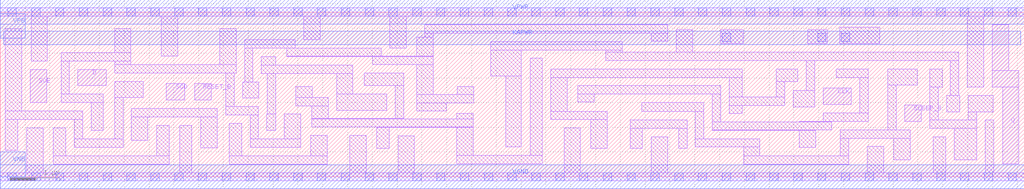
<source format=lef>
# Copyright 2020 The SkyWater PDK Authors
#
# Licensed under the Apache License, Version 2.0 (the "License");
# you may not use this file except in compliance with the License.
# You may obtain a copy of the License at
#
#     https://www.apache.org/licenses/LICENSE-2.0
#
# Unless required by applicable law or agreed to in writing, software
# distributed under the License is distributed on an "AS IS" BASIS,
# WITHOUT WARRANTIES OR CONDITIONS OF ANY KIND, either express or implied.
# See the License for the specific language governing permissions and
# limitations under the License.
#
# SPDX-License-Identifier: Apache-2.0

VERSION 5.5 ;
NAMESCASESENSITIVE ON ;
BUSBITCHARS "[]" ;
DIVIDERCHAR "/" ;
MACRO sky130_fd_sc_lp__srsdfrtp_1
  CLASS CORE ;
  SOURCE USER ;
  ORIGIN  0.000000  0.000000 ;
  SIZE  20.64000 BY  3.330000 ;
  SYMMETRY X Y R90 ;
  SITE unit ;
  PIN D
    ANTENNAGATEAREA  0.159000 ;
    DIRECTION INPUT ;
    USE SIGNAL ;
    PORT
      LAYER li1 ;
        RECT 1.565000 1.840000 2.135000 2.170000 ;
    END
  END D
  PIN Q
    ANTENNADIFFAREA  0.590100 ;
    DIRECTION OUTPUT ;
    USE SIGNAL ;
    PORT
      LAYER li1 ;
        RECT 19.995000 1.815000 20.535000 2.150000 ;
        RECT 19.995000 2.150000 20.325000 3.075000 ;
        RECT 20.205000 0.265000 20.535000 1.815000 ;
    END
  END Q
  PIN RESET_B
    ANTENNAGATEAREA  0.598000 ;
    DIRECTION INPUT ;
    USE SIGNAL ;
    PORT
      LAYER li1 ;
        RECT 3.920000 1.550000 4.250000 1.880000 ;
    END
  END RESET_B
  PIN SCD
    ANTENNAGATEAREA  0.159000 ;
    DIRECTION INPUT ;
    USE SIGNAL ;
    PORT
      LAYER li1 ;
        RECT 3.350000 1.550000 3.715000 1.880000 ;
    END
  END SCD
  PIN SCE
    ANTENNAGATEAREA  0.318000 ;
    DIRECTION INPUT ;
    USE SIGNAL ;
    PORT
      LAYER li1 ;
        RECT 0.605000 1.500000 0.935000 2.170000 ;
    END
  END SCE
  PIN SLEEP_B
    ANTENNAGATEAREA  0.598000 ;
    DIRECTION INPUT ;
    USE SIGNAL ;
    PORT
      LAYER li1 ;
        RECT 18.235000 1.120000 18.565000 1.450000 ;
    END
  END SLEEP_B
  PIN CLK
    ANTENNAGATEAREA  0.159000 ;
    DIRECTION INPUT ;
    USE CLOCK ;
    PORT
      LAYER li1 ;
        RECT 16.590000 1.460000 17.155000 1.790000 ;
    END
  END CLK
  PIN KAPWR
    ANTENNADIFFAREA  1.236750 ;
    DIRECTION INOUT ;
    USE POWER ;
    PORT
      LAYER met1 ;
        RECT 0.070000 2.675000 20.570000 2.945000 ;
    END
  END KAPWR
  PIN VGND
    DIRECTION INOUT ;
    USE GROUND ;
    PORT
      LAYER met1 ;
        RECT 0.000000 -0.245000 20.640000 0.245000 ;
    END
  END VGND
  PIN VNB
    DIRECTION INOUT ;
    USE GROUND ;
    PORT
      LAYER met1 ;
        RECT 0.000000 0.000000 0.500000 0.500000 ;
    END
  END VNB
  PIN VPB
    DIRECTION INOUT ;
    USE POWER ;
    PORT
      LAYER met1 ;
        RECT 0.000000 2.800000 0.500000 3.300000 ;
    END
  END VPB
  PIN VPWR
    DIRECTION INOUT ;
    USE POWER ;
    PORT
      LAYER met1 ;
        RECT 0.000000 3.085000 20.640000 3.575000 ;
    END
  END VPWR
  OBS
    LAYER li1 ;
      RECT  0.000000 -0.085000 20.640000 0.085000 ;
      RECT  0.000000  3.245000 20.640000 3.415000 ;
      RECT  0.105000  0.530000  0.355000 1.160000 ;
      RECT  0.105000  1.160000  1.660000 1.330000 ;
      RECT  0.105000  1.330000  0.435000 2.990000 ;
      RECT  0.535000  0.085000  0.865000 0.990000 ;
      RECT  0.620000  2.340000  0.950000 3.245000 ;
      RECT  1.070000  0.255000  3.405000 0.425000 ;
      RECT  1.070000  0.425000  1.320000 0.990000 ;
      RECT  1.225000  1.500000  2.080000 1.670000 ;
      RECT  1.225000  1.670000  1.395000 2.340000 ;
      RECT  1.225000  2.340000  2.635000 2.510000 ;
      RECT  1.490000  0.595000  2.475000 0.765000 ;
      RECT  1.490000  0.765000  1.660000 1.160000 ;
      RECT  1.830000  0.935000  2.080000 1.500000 ;
      RECT  2.305000  0.765000  2.475000 1.600000 ;
      RECT  2.305000  1.600000  2.880000 1.930000 ;
      RECT  2.305000  2.100000  4.755000 2.270000 ;
      RECT  2.305000  2.270000  2.635000 2.340000 ;
      RECT  2.305000  2.510000  2.635000 2.990000 ;
      RECT  2.645000  0.740000  2.975000 1.210000 ;
      RECT  2.645000  1.210000  4.375000 1.380000 ;
      RECT  3.155000  0.425000  3.405000 1.040000 ;
      RECT  3.245000  2.440000  3.575000 3.245000 ;
      RECT  3.615000  0.085000  3.865000 1.040000 ;
      RECT  4.045000  0.580000  4.375000 1.210000 ;
      RECT  4.425000  2.270000  4.755000 2.990000 ;
      RECT  4.545000  1.250000  5.205000 1.420000 ;
      RECT  4.545000  1.420000  4.715000 2.100000 ;
      RECT  4.615000  0.255000  6.590000 0.425000 ;
      RECT  4.615000  0.425000  4.865000 1.080000 ;
      RECT  4.885000  1.590000  5.215000 1.920000 ;
      RECT  4.925000  1.920000  5.095000 2.600000 ;
      RECT  4.925000  2.600000  5.950000 2.770000 ;
      RECT  5.035000  0.595000  6.055000 0.765000 ;
      RECT  5.035000  0.765000  5.205000 1.250000 ;
      RECT  5.265000  2.090000  7.110000 2.260000 ;
      RECT  5.265000  2.260000  5.555000 2.430000 ;
      RECT  5.375000  0.935000  5.555000 1.265000 ;
      RECT  5.385000  1.265000  5.555000 2.090000 ;
      RECT  5.725000  0.765000  6.055000 1.265000 ;
      RECT  5.780000  2.430000  8.725000 2.435000 ;
      RECT  5.780000  2.435000  7.680000 2.600000 ;
      RECT  5.960000  1.435000  6.610000 1.605000 ;
      RECT  5.960000  1.605000  6.290000 1.825000 ;
      RECT  6.120000  2.770000  6.450000 3.245000 ;
      RECT  6.260000  0.425000  6.590000 0.835000 ;
      RECT  6.280000  1.005000  9.530000 1.165000 ;
      RECT  6.280000  1.165000  8.135000 1.175000 ;
      RECT  6.280000  1.175000  6.610000 1.435000 ;
      RECT  6.780000  1.345000  7.795000 1.675000 ;
      RECT  6.780000  1.675000  7.110000 2.090000 ;
      RECT  7.050000  0.085000  7.380000 0.835000 ;
      RECT  7.340000  1.845000  8.135000 2.095000 ;
      RECT  7.510000  2.265000  8.725000 2.430000 ;
      RECT  7.590000  0.575000  7.840000 0.995000 ;
      RECT  7.590000  0.995000  9.530000 1.005000 ;
      RECT  7.850000  2.605000  8.180000 3.245000 ;
      RECT  7.965000  1.175000  8.135000 1.845000 ;
      RECT  8.020000  0.085000  8.350000 0.825000 ;
      RECT  8.395000  1.335000  8.990000 1.495000 ;
      RECT  8.395000  1.495000  9.540000 1.665000 ;
      RECT  8.395000  1.665000  8.725000 2.265000 ;
      RECT  8.395000  2.435000  8.725000 2.825000 ;
      RECT  8.555000  2.825000  8.725000 2.905000 ;
      RECT  8.555000  2.905000 13.455000 3.075000 ;
      RECT  9.200000  0.265000 10.930000 0.435000 ;
      RECT  9.200000  0.435000  9.530000 0.995000 ;
      RECT  9.200000  1.165000  9.530000 1.285000 ;
      RECT  9.210000  1.665000  9.540000 1.825000 ;
      RECT  9.890000  2.040000 10.500000 2.565000 ;
      RECT  9.890000  2.565000 12.540000 2.735000 ;
      RECT 10.190000  0.605000 10.500000 2.040000 ;
      RECT 10.680000  0.435000 10.930000 2.395000 ;
      RECT 11.100000  1.155000 12.235000 1.325000 ;
      RECT 11.100000  1.325000 11.430000 2.010000 ;
      RECT 11.100000  2.010000 14.955000 2.180000 ;
      RECT 11.365000  0.085000 11.695000 0.985000 ;
      RECT 11.640000  1.510000 11.970000 1.670000 ;
      RECT 11.640000  1.670000 14.525000 1.840000 ;
      RECT 11.905000  0.575000 12.235000 1.155000 ;
      RECT 12.210000  2.350000 19.325000 2.520000 ;
      RECT 12.210000  2.520000 12.540000 2.565000 ;
      RECT 12.695000  0.575000 12.945000 0.980000 ;
      RECT 12.695000  0.980000 13.845000 1.150000 ;
      RECT 12.930000  1.320000 14.185000 1.500000 ;
      RECT 13.125000  0.085000 13.455000 0.810000 ;
      RECT 13.125000  2.745000 13.455000 2.905000 ;
      RECT 13.625000  2.520000 13.955000 2.970000 ;
      RECT 13.675000  0.575000 13.845000 0.980000 ;
      RECT 14.015000  0.600000 15.315000 0.770000 ;
      RECT 14.015000  0.770000 14.185000 1.320000 ;
      RECT 14.355000  0.940000 16.435000 0.950000 ;
      RECT 14.355000  0.950000 16.760000 1.110000 ;
      RECT 14.355000  1.110000 14.525000 1.670000 ;
      RECT 14.525000  2.690000 14.975000 2.970000 ;
      RECT 14.695000  1.280000 14.955000 1.440000 ;
      RECT 14.695000  1.440000 15.815000 1.610000 ;
      RECT 14.695000  1.610000 14.955000 2.010000 ;
      RECT 14.985000  0.255000 17.100000 0.425000 ;
      RECT 14.985000  0.425000 15.315000 0.600000 ;
      RECT 15.645000  1.610000 15.815000 1.930000 ;
      RECT 15.645000  1.930000 16.080000 2.180000 ;
      RECT 15.985000  1.410000 16.420000 1.740000 ;
      RECT 16.105000  0.595000 16.435000 0.940000 ;
      RECT 16.105000  1.110000 16.760000 1.120000 ;
      RECT 16.250000  1.740000 16.420000 2.350000 ;
      RECT 16.280000  2.690000 16.675000 2.970000 ;
      RECT 16.590000  1.120000 17.495000 1.290000 ;
      RECT 16.855000  2.010000 17.495000 2.180000 ;
      RECT 16.925000  2.690000 17.730000 3.025000 ;
      RECT 16.930000  0.425000 17.100000 0.780000 ;
      RECT 16.930000  0.780000 18.345000 0.950000 ;
      RECT 17.325000  1.290000 17.495000 2.010000 ;
      RECT 17.475000  0.085000 17.805000 0.610000 ;
      RECT 17.895000  0.950000 18.065000 1.850000 ;
      RECT 17.895000  1.850000 18.490000 2.180000 ;
      RECT 18.015000  0.345000 18.345000 0.780000 ;
      RECT 18.735000  0.975000 19.685000 1.145000 ;
      RECT 18.735000  1.145000 18.905000 1.815000 ;
      RECT 18.735000  1.815000 18.985000 2.180000 ;
      RECT 18.805000  0.085000 19.055000 0.805000 ;
      RECT 19.075000  1.315000 19.345000 1.645000 ;
      RECT 19.155000  1.645000 19.325000 2.350000 ;
      RECT 19.235000  0.345000 19.685000 0.975000 ;
      RECT 19.495000  1.815000 19.825000 3.245000 ;
      RECT 19.515000  1.145000 19.685000 1.315000 ;
      RECT 19.515000  1.315000 20.020000 1.645000 ;
      RECT 19.855000  0.085000 20.025000 1.145000 ;
    LAYER mcon ;
      RECT  0.155000 -0.085000  0.325000 0.085000 ;
      RECT  0.155000  3.245000  0.325000 3.415000 ;
      RECT  0.635000 -0.085000  0.805000 0.085000 ;
      RECT  0.635000  3.245000  0.805000 3.415000 ;
      RECT  1.115000 -0.085000  1.285000 0.085000 ;
      RECT  1.115000  3.245000  1.285000 3.415000 ;
      RECT  1.595000 -0.085000  1.765000 0.085000 ;
      RECT  1.595000  3.245000  1.765000 3.415000 ;
      RECT  2.075000 -0.085000  2.245000 0.085000 ;
      RECT  2.075000  3.245000  2.245000 3.415000 ;
      RECT  2.555000 -0.085000  2.725000 0.085000 ;
      RECT  2.555000  3.245000  2.725000 3.415000 ;
      RECT  3.035000 -0.085000  3.205000 0.085000 ;
      RECT  3.035000  3.245000  3.205000 3.415000 ;
      RECT  3.515000 -0.085000  3.685000 0.085000 ;
      RECT  3.515000  3.245000  3.685000 3.415000 ;
      RECT  3.995000 -0.085000  4.165000 0.085000 ;
      RECT  3.995000  3.245000  4.165000 3.415000 ;
      RECT  4.475000 -0.085000  4.645000 0.085000 ;
      RECT  4.475000  3.245000  4.645000 3.415000 ;
      RECT  4.955000 -0.085000  5.125000 0.085000 ;
      RECT  4.955000  3.245000  5.125000 3.415000 ;
      RECT  5.435000 -0.085000  5.605000 0.085000 ;
      RECT  5.435000  3.245000  5.605000 3.415000 ;
      RECT  5.915000 -0.085000  6.085000 0.085000 ;
      RECT  5.915000  3.245000  6.085000 3.415000 ;
      RECT  6.395000 -0.085000  6.565000 0.085000 ;
      RECT  6.395000  3.245000  6.565000 3.415000 ;
      RECT  6.875000 -0.085000  7.045000 0.085000 ;
      RECT  6.875000  3.245000  7.045000 3.415000 ;
      RECT  7.355000 -0.085000  7.525000 0.085000 ;
      RECT  7.355000  3.245000  7.525000 3.415000 ;
      RECT  7.835000 -0.085000  8.005000 0.085000 ;
      RECT  7.835000  3.245000  8.005000 3.415000 ;
      RECT  8.315000 -0.085000  8.485000 0.085000 ;
      RECT  8.315000  3.245000  8.485000 3.415000 ;
      RECT  8.795000 -0.085000  8.965000 0.085000 ;
      RECT  8.795000  3.245000  8.965000 3.415000 ;
      RECT  9.275000 -0.085000  9.445000 0.085000 ;
      RECT  9.275000  3.245000  9.445000 3.415000 ;
      RECT  9.755000 -0.085000  9.925000 0.085000 ;
      RECT  9.755000  3.245000  9.925000 3.415000 ;
      RECT 10.235000 -0.085000 10.405000 0.085000 ;
      RECT 10.235000  3.245000 10.405000 3.415000 ;
      RECT 10.715000 -0.085000 10.885000 0.085000 ;
      RECT 10.715000  3.245000 10.885000 3.415000 ;
      RECT 11.195000 -0.085000 11.365000 0.085000 ;
      RECT 11.195000  3.245000 11.365000 3.415000 ;
      RECT 11.675000 -0.085000 11.845000 0.085000 ;
      RECT 11.675000  3.245000 11.845000 3.415000 ;
      RECT 12.155000 -0.085000 12.325000 0.085000 ;
      RECT 12.155000  3.245000 12.325000 3.415000 ;
      RECT 12.635000 -0.085000 12.805000 0.085000 ;
      RECT 12.635000  3.245000 12.805000 3.415000 ;
      RECT 13.115000 -0.085000 13.285000 0.085000 ;
      RECT 13.115000  3.245000 13.285000 3.415000 ;
      RECT 13.595000 -0.085000 13.765000 0.085000 ;
      RECT 13.595000  3.245000 13.765000 3.415000 ;
      RECT 14.075000 -0.085000 14.245000 0.085000 ;
      RECT 14.075000  3.245000 14.245000 3.415000 ;
      RECT 14.555000 -0.085000 14.725000 0.085000 ;
      RECT 14.555000  2.735000 14.725000 2.905000 ;
      RECT 14.555000  3.245000 14.725000 3.415000 ;
      RECT 15.035000 -0.085000 15.205000 0.085000 ;
      RECT 15.035000  3.245000 15.205000 3.415000 ;
      RECT 15.515000 -0.085000 15.685000 0.085000 ;
      RECT 15.515000  3.245000 15.685000 3.415000 ;
      RECT 15.995000 -0.085000 16.165000 0.085000 ;
      RECT 15.995000  3.245000 16.165000 3.415000 ;
      RECT 16.475000 -0.085000 16.645000 0.085000 ;
      RECT 16.475000  2.735000 16.645000 2.905000 ;
      RECT 16.475000  3.245000 16.645000 3.415000 ;
      RECT 16.955000 -0.085000 17.125000 0.085000 ;
      RECT 16.955000  2.735000 17.125000 2.905000 ;
      RECT 16.955000  3.245000 17.125000 3.415000 ;
      RECT 17.435000 -0.085000 17.605000 0.085000 ;
      RECT 17.435000  3.245000 17.605000 3.415000 ;
      RECT 17.915000 -0.085000 18.085000 0.085000 ;
      RECT 17.915000  3.245000 18.085000 3.415000 ;
      RECT 18.395000 -0.085000 18.565000 0.085000 ;
      RECT 18.395000  3.245000 18.565000 3.415000 ;
      RECT 18.875000 -0.085000 19.045000 0.085000 ;
      RECT 18.875000  3.245000 19.045000 3.415000 ;
      RECT 19.355000 -0.085000 19.525000 0.085000 ;
      RECT 19.355000  3.245000 19.525000 3.415000 ;
      RECT 19.835000 -0.085000 20.005000 0.085000 ;
      RECT 19.835000  3.245000 20.005000 3.415000 ;
      RECT 20.315000 -0.085000 20.485000 0.085000 ;
      RECT 20.315000  3.245000 20.485000 3.415000 ;
  END
END sky130_fd_sc_lp__srsdfrtp_1
END LIBRARY

</source>
